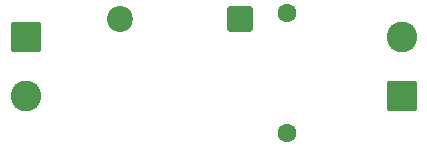
<source format=gbr>
%TF.GenerationSoftware,KiCad,Pcbnew,9.0.2*%
%TF.CreationDate,2025-06-05T16:57:29+05:30*%
%TF.ProjectId,Halfwave Rectifier,48616c66-7761-4766-9520-526563746966,rev?*%
%TF.SameCoordinates,Original*%
%TF.FileFunction,Soldermask,Bot*%
%TF.FilePolarity,Negative*%
%FSLAX46Y46*%
G04 Gerber Fmt 4.6, Leading zero omitted, Abs format (unit mm)*
G04 Created by KiCad (PCBNEW 9.0.2) date 2025-06-05 16:57:29*
%MOMM*%
%LPD*%
G01*
G04 APERTURE LIST*
G04 Aperture macros list*
%AMRoundRect*
0 Rectangle with rounded corners*
0 $1 Rounding radius*
0 $2 $3 $4 $5 $6 $7 $8 $9 X,Y pos of 4 corners*
0 Add a 4 corners polygon primitive as box body*
4,1,4,$2,$3,$4,$5,$6,$7,$8,$9,$2,$3,0*
0 Add four circle primitives for the rounded corners*
1,1,$1+$1,$2,$3*
1,1,$1+$1,$4,$5*
1,1,$1+$1,$6,$7*
1,1,$1+$1,$8,$9*
0 Add four rect primitives between the rounded corners*
20,1,$1+$1,$2,$3,$4,$5,0*
20,1,$1+$1,$4,$5,$6,$7,0*
20,1,$1+$1,$6,$7,$8,$9,0*
20,1,$1+$1,$8,$9,$2,$3,0*%
G04 Aperture macros list end*
%ADD10C,2.600000*%
%ADD11RoundRect,0.250000X1.050000X-1.050000X1.050000X1.050000X-1.050000X1.050000X-1.050000X-1.050000X0*%
%ADD12RoundRect,0.250000X-1.050000X1.050000X-1.050000X-1.050000X1.050000X-1.050000X1.050000X1.050000X0*%
%ADD13RoundRect,0.249999X0.850001X0.850001X-0.850001X0.850001X-0.850001X-0.850001X0.850001X-0.850001X0*%
%ADD14C,2.200000*%
%ADD15C,1.600000*%
G04 APERTURE END LIST*
D10*
%TO.C,J2*%
X224422500Y-149500000D03*
D11*
X224422500Y-154500000D03*
%TD*%
D10*
%TO.C,J1*%
X192577500Y-154500000D03*
D12*
X192577500Y-149500000D03*
%TD*%
D13*
%TO.C,D1*%
X210750000Y-148000000D03*
D14*
X200590000Y-148000000D03*
%TD*%
D15*
%TO.C,R1*%
X214750000Y-147500000D03*
X214750000Y-157660000D03*
%TD*%
M02*

</source>
